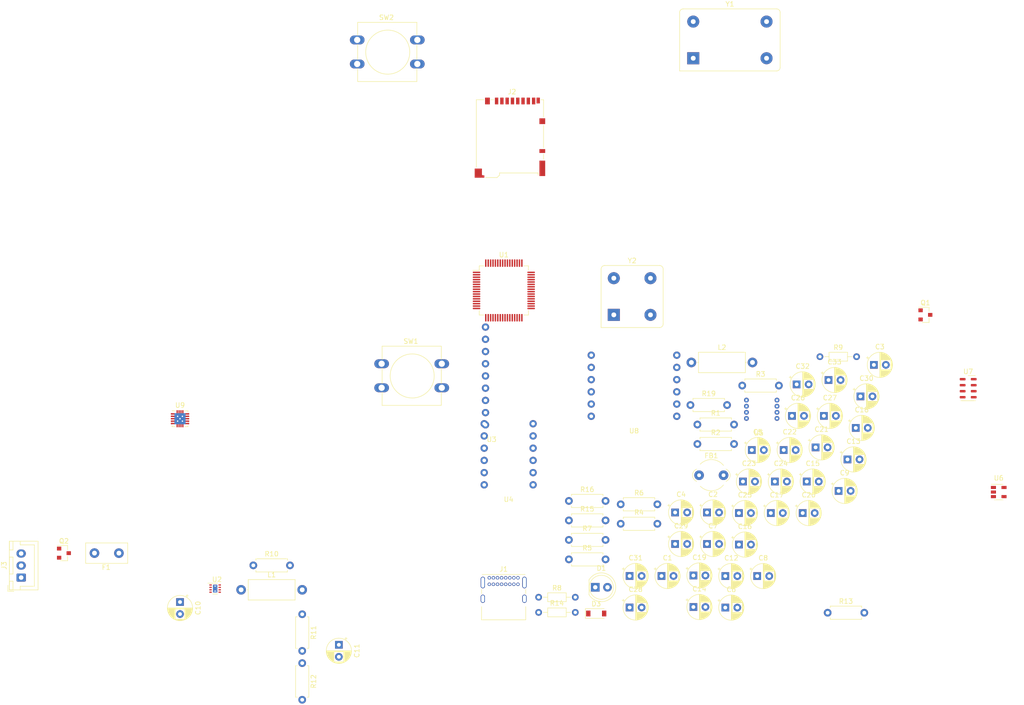
<source format=kicad_pcb>
(kicad_pcb (version 20171130) (host pcbnew "(5.1.6)-1")
  (layers (0 F.Cu signal) (31 B.Cu signal) (34 B.Paste user) (35 F.Paste user) (36 B.SilkS user) (37 F.SilkS user) (38 B.Mask user) (39 F.Mask user) (44 Edge.Cuts user))
  (net 0 "")
  (net 1 VBUS)
  (net 2 "Net-(C16-Pad1)")
  (net 3 +7.5V)
  (net 4 "Net-(J3-Pad2)")
  (net 5 GND)
  (net 6 +3V3)
  (net 7 /D10)
  (net 8 /D9)
  (net 9 /BOOT0)
  (net 10 /SDA)
  (net 11 /SCL)
  (net 12 /FLASH_MOSI)
  (net 13 /FLASH_MISO)
  (net 14 /FLASH_SCK)
  (net 15 /SDIO_CMD)
  (net 16 /SDIO_CLK)
  (net 17 /SDIO_D3)
  (net 18 /SDIO_D2)
  (net 19 /SWCLK)
  (net 20 "Net-(C6-Pad1)")
  (net 21 /SWDIO)
  (net 22 /D+)
  (net 23 /D-)
  (net 24 /SDIO_D1)
  (net 25 /SDIO_D0)
  (net 26 /D5)
  (net 27 /D6)
  (net 28 /MOSI)
  (net 29 /MISO)
  (net 30 /SCK)
  (net 31 /SD_DETECT)
  (net 32 "Net-(C4-Pad1)")
  (net 33 /RX_D0)
  (net 34 /TX_D1)
  (net 35 "Net-(U1-Pad27)")
  (net 36 /CS)
  (net 37 /A5)
  (net 38 /A4)
  (net 39 /INT)
  (net 40 /INT1)
  (net 41 /INT2)
  (net 42 /A0)
  (net 43 /V_DIV)
  (net 44 VCC)
  (net 45 /D11)
  (net 46 /D12)
  (net 47 /D13)
  (net 48 "Net-(U1-Pad8)")
  (net 49 /~RESET~)
  (net 50 "Net-(C2-Pad1)")
  (net 51 "Net-(C1-Pad1)")
  (net 52 "Net-(C3-Pad1)")
  (net 53 "Net-(U1-Pad2)")
  (net 54 "Net-(R11-Pad2)")
  (net 55 /PG)
  (net 56 "Net-(L1-Pad1)")
  (net 57 "Net-(U6-Pad4)")
  (net 58 "Net-(R19-Pad2)")
  (net 59 "Net-(C24-Pad1)")
  (net 60 +BATT)
  (net 61 "Net-(C13-Pad1)")
  (net 62 "Net-(C14-Pad1)")
  (net 63 "Net-(C29-Pad1)")
  (net 64 "Net-(C30-Pad1)")
  (net 65 +6V)
  (net 66 "Net-(D1-Pad2)")
  (net 67 "Net-(F1-Pad2)")
  (net 68 "Net-(J1-PadS1)")
  (net 69 "Net-(J1-PadB5)")
  (net 70 "Net-(J1-PadB8)")
  (net 71 "Net-(J1-PadA8)")
  (net 72 "Net-(J1-PadA5)")
  (net 73 "Net-(J2-Pad9)")
  (net 74 "Net-(J3-Pad3)")
  (net 75 "Net-(L2-Pad2)")
  (net 76 "Net-(L2-Pad1)")
  (net 77 "Net-(R14-Pad2)")
  (net 78 /G0)
  (net 79 /PPS)
  (net 80 /TX0)
  (net 81 /RXI)
  (net 82 "Net-(U1-Pad4)")
  (net 83 "Net-(U3-Pad3)")
  (net 84 "Net-(U4-Pad9)")
  (net 85 "Net-(U4-Pad7)")
  (net 86 "Net-(U4-Pad6)")
  (net 87 "Net-(U8-Pad7)")
  (net 88 "Net-(U8-Pad2)")
  (module Oscillator:Oscillator_DIP-8_LargePads (layer F.Cu) (at 215.9 60.96)
    (fp_text reference Y2 (at 3.81 -11.26) (layer F.SilkS))
    (fp_text value 32MHz)
    (pad 4 thru_hole circle (at 7.62 0) (size 2.5 2.5) (drill 1) (layers *.Cu *.Mask))
    (pad 5 thru_hole circle (at 7.62 -7.62) (size 2.5 2.5) (drill 1) (layers *.Cu *.Mask))
    (pad 8 thru_hole circle (at 0 -7.62) (size 2.5 2.5) (drill 1) (layers *.Cu *.Mask))
    (pad 1 thru_hole rect (at 0 0) (size 2.5 2.5) (drill 1) (layers *.Cu *.Mask) (net 52 "Net-(C3-Pad1)"))
  )
  (module Oscillator:Oscillator_DIP-14_LargePads (layer F.Cu) (at 232.41 7.62)
    (fp_text reference Y1 (at 7.62 -11.26) (layer F.SilkS))
    (fp_text value 12MHz)
    (pad 7 thru_hole circle (at 15.24 0) (size 2.5 2.5) (drill 1) (layers *.Cu *.Mask))
    (pad 8 thru_hole circle (at 15.24 -7.62) (size 2.5 2.5) (drill 1) (layers *.Cu *.Mask))
    (pad 14 thru_hole circle (at 0 -7.62) (size 2.5 2.5) (drill 1) (layers *.Cu *.Mask))
    (pad 1 thru_hole rect (at 0 0) (size 2.5 2.5) (drill 1) (layers *.Cu *.Mask) (net 51 "Net-(C1-Pad1)"))
  )
  (module Package_SON:Texas_S-PWSON-N10_ThermalVias (layer F.Cu) (at 125.73 82.55)
    (fp_text reference U9 (at 0 -2.8) (layer F.SilkS))
    (fp_text value TPS63060)
    (pad 11 smd rect (at 0.6 1.425) (size 0.23 0.6) (layers F.Cu F.Paste F.Mask) (net 5 GND))
    (pad 11 smd rect (at 0.2 1.425) (size 0.23 0.6) (layers F.Cu F.Paste F.Mask) (net 5 GND))
    (pad 11 smd rect (at -0.2 1.425) (size 0.23 0.6) (layers F.Cu F.Paste F.Mask) (net 5 GND))
    (pad 11 smd rect (at -0.6 1.425) (size 0.23 0.6) (layers F.Cu F.Paste F.Mask) (net 5 GND))
    (pad 11 smd rect (at 0.6 -1.425) (size 0.23 0.6) (layers F.Cu F.Paste F.Mask) (net 5 GND))
    (pad 11 smd rect (at 0.2 -1.425) (size 0.23 0.6) (layers F.Cu F.Paste F.Mask) (net 5 GND))
    (pad 11 smd rect (at -0.2 -1.425) (size 0.23 0.6) (layers F.Cu F.Paste F.Mask) (net 5 GND))
    (pad 11 smd rect (at -0.6 -1.425) (size 0.23 0.6) (layers F.Cu F.Paste F.Mask) (net 5 GND))
    (pad 11 smd rect (at 0.435 -0.56) (size 0.65 0.9) (layers F.Cu F.Paste F.Mask) (net 5 GND))
    (pad 11 smd rect (at -0.435 0.56) (size 0.65 0.9) (layers F.Cu F.Paste F.Mask) (net 5 GND))
    (pad 11 smd rect (at 0.435 0.56) (size 0.65 0.9) (layers F.Cu F.Paste F.Mask) (net 5 GND))
    (pad 11 smd rect (at -0.435 -0.56) (size 0.65 0.9) (layers F.Cu F.Paste F.Mask) (net 5 GND))
    (pad 11 smd rect (at -0.001 0) (size 2.3 2.3) (layers B.Cu) (net 5 GND))
    (pad 10 smd oval (at 1.475 -1) (size 0.85 0.28) (layers F.Cu F.Paste F.Mask) (net 75 "Net-(L2-Pad2)"))
    (pad 9 smd oval (at 1.475 -0.5) (size 0.85 0.28) (layers F.Cu F.Paste F.Mask) (net 65 +6V))
    (pad 8 smd oval (at 1.475 0) (size 0.85 0.28) (layers F.Cu F.Paste F.Mask) (net 64 "Net-(C30-Pad1)"))
    (pad 7 smd rect (at 1.76 0.5) (size 0.28 0.28) (layers F.Cu F.Paste F.Mask) (net 5 GND))
    (pad 6 smd rect (at 1.76 1) (size 0.28 0.28) (layers F.Cu F.Paste F.Mask) (net 63 "Net-(C29-Pad1)"))
    (pad 5 smd oval (at -1.475 1) (size 0.85 0.28) (layers F.Cu F.Paste F.Mask) (net 77 "Net-(R14-Pad2)"))
    (pad 4 smd rect (at -1.76 0.5) (size 0.28 0.28) (layers F.Cu F.Paste F.Mask) (net 5 GND))
    (pad 3 smd oval (at -1.475 0) (size 0.85 0.28) (layers F.Cu F.Paste F.Mask) (net 3 +7.5V))
    (pad 2 smd rect (at -1.76 -0.5) (size 0.28 0.28) (layers F.Cu F.Paste F.Mask) (net 3 +7.5V))
    (pad 1 smd rect (at -1.76 -1) (size 0.28 0.28) (layers F.Cu F.Paste F.Mask) (net 76 "Net-(L2-Pad1)"))
    (pad 11 smd rect (at 0 0) (size 1.7 2.15) (layers F.Cu F.Mask) (net 5 GND))
    (pad 11 smd rect (at 0.2 1.425) (size 0.25 0.7) (layers F.Cu F.Paste F.Mask) (net 5 GND))
    (pad 11 smd rect (at -0.2 1.425) (size 0.25 0.7) (layers F.Cu F.Paste F.Mask) (net 5 GND))
    (pad 11 smd rect (at 0.2 -1.425) (size 0.25 0.7) (layers F.Cu F.Paste F.Mask) (net 5 GND))
    (pad 11 smd rect (at -0.2 -1.425) (size 0.25 0.7) (layers F.Cu F.Paste F.Mask) (net 5 GND))
    (pad 11 thru_hole circle (at 0.5 0.5) (size 0.6 0.6) (drill 0.3) (layers *.Cu *.Mask) (net 5 GND))
    (pad 11 thru_hole circle (at -0.5 0.5) (size 0.6 0.6) (drill 0.3) (layers *.Cu *.Mask) (net 5 GND))
    (pad 11 thru_hole circle (at 0.5 -0.5) (size 0.6 0.6) (drill 0.3) (layers *.Cu *.Mask) (net 5 GND))
    (pad 11 thru_hole circle (at -0.5 -0.5) (size 0.6 0.6) (drill 0.3) (layers *.Cu *.Mask) (net 5 GND))
    (pad 11 thru_hole circle (at 0 0) (size 0.6 0.6) (drill 0.3) (layers *.Cu *.Mask) (net 5 GND))
    (pad 10 smd rect (at 1.76 -1) (size 0.28 0.28) (layers F.Cu F.Paste F.Mask) (net 75 "Net-(L2-Pad2)"))
    (pad 9 smd rect (at 1.76 -0.5) (size 0.28 0.28) (layers F.Cu F.Paste F.Mask) (net 65 +6V))
    (pad 8 smd rect (at 1.76 0) (size 0.28 0.28) (layers F.Cu F.Paste F.Mask) (net 64 "Net-(C30-Pad1)"))
    (pad 7 smd oval (at 1.475 0.5) (size 0.85 0.28) (layers F.Cu F.Paste F.Mask) (net 5 GND))
    (pad 6 smd oval (at 1.475 1) (size 0.85 0.28) (layers F.Cu F.Paste F.Mask) (net 63 "Net-(C29-Pad1)"))
    (pad 5 smd rect (at -1.76 1) (size 0.28 0.28) (layers F.Cu F.Paste F.Mask) (net 77 "Net-(R14-Pad2)"))
    (pad 4 smd oval (at -1.475 0.5) (size 0.85 0.28) (layers F.Cu F.Paste F.Mask) (net 5 GND))
    (pad 3 smd rect (at -1.76 0) (size 0.28 0.28) (layers F.Cu F.Paste F.Mask) (net 3 +7.5V))
    (pad 2 smd oval (at -1.475 -0.5) (size 0.85 0.28) (layers F.Cu F.Paste F.Mask) (net 3 +7.5V))
    (pad 1 smd oval (at -1.475 -1) (size 0.85 0.28) (layers F.Cu F.Paste F.Mask) (net 76 "Net-(L2-Pad1)"))
    (pad 11 smd rect (at 0.6 -1.425) (size 0.25 0.7) (layers F.Cu F.Paste F.Mask) (net 5 GND))
    (pad 11 smd rect (at -0.6 -1.425) (size 0.25 0.7) (layers F.Cu F.Paste F.Mask) (net 5 GND))
    (pad 11 smd rect (at 0.6 1.425) (size 0.25 0.7) (layers F.Cu F.Paste F.Mask) (net 5 GND))
    (pad 11 smd rect (at -0.6 1.425) (size 0.25 0.7) (layers F.Cu F.Paste F.Mask) (net 5 GND))
  )
  (module GPS_head0:GPS_header_fp (layer F.Cu) (at 220.102 83.312)
    (fp_text reference U8 (at 0 1.77) (layer F.SilkS))
    (fp_text value GPS_header)
    (pad 12 thru_hole circle (at 8.89 -13.97) (size 1.524 1.524) (drill 0.762) (layers *.Cu *.Mask) (net 5 GND))
    (pad 11 thru_hole circle (at 8.89 -11.43) (size 1.524 1.524) (drill 0.762) (layers *.Cu *.Mask) (net 79 /PPS))
    (pad 10 thru_hole circle (at 8.89 -8.89) (size 1.524 1.524) (drill 0.762) (layers *.Cu *.Mask) (net 6 +3V3))
    (pad 9 thru_hole circle (at 8.89 -6.35) (size 1.524 1.524) (drill 0.762) (layers *.Cu *.Mask) (net 81 /RXI))
    (pad 8 thru_hole circle (at 8.89 -3.81) (size 1.524 1.524) (drill 0.762) (layers *.Cu *.Mask) (net 80 /TX0))
    (pad 7 thru_hole circle (at 8.89 -1.27) (size 1.524 1.524) (drill 0.762) (layers *.Cu *.Mask) (net 87 "Net-(U8-Pad7)"))
    (pad 6 thru_hole circle (at -8.89 -13.97) (size 1.524 1.524) (drill 0.762) (layers *.Cu *.Mask) (net 49 /~RESET~))
    (pad 5 thru_hole circle (at -8.89 -11.43) (size 1.524 1.524) (drill 0.762) (layers *.Cu *.Mask) (net 10 /SDA))
    (pad 4 thru_hole circle (at -8.89 -8.89) (size 1.524 1.524) (drill 0.762) (layers *.Cu *.Mask) (net 11 /SCL))
    (pad 3 thru_hole circle (at -8.89 -6.35) (size 1.524 1.524) (drill 0.762) (layers *.Cu *.Mask) (net 5 GND))
    (pad 2 thru_hole circle (at -8.89 -3.81) (size 1.524 1.524) (drill 0.762) (layers *.Cu *.Mask) (net 88 "Net-(U8-Pad2)"))
    (pad 1 thru_hole circle (at -8.89 -1.27) (size 1.524 1.524) (drill 0.762) (layers *.Cu *.Mask) (net 6 +3V3))
  )
  (module Package_LGA:NXP_LGA-8_3x5mm_P1.25mm_H1.1mm (layer F.Cu) (at 289.56 76.2)
    (fp_text reference U7 (at 0 -3.45) (layer F.SilkS))
    (fp_text value MPL3115A2)
    (pad 8 smd roundrect (at 1.15 -1.875) (size 1.2 0.5) (layers F.Cu F.Paste F.Mask) (net 11 /SCL))
    (pad 7 smd roundrect (at 1.15 -0.625) (size 1.2 0.5) (layers F.Cu F.Paste F.Mask) (net 10 /SDA))
    (pad 6 smd roundrect (at 1.15 0.625) (size 1.2 0.5) (layers F.Cu F.Paste F.Mask) (net 40 /INT1))
    (pad 5 smd roundrect (at 1.15 1.875) (size 1.2 0.5) (layers F.Cu F.Paste F.Mask) (net 41 /INT2))
    (pad 4 smd roundrect (at -1.15 1.875) (size 1.2 0.5) (layers F.Cu F.Paste F.Mask) (net 6 +3V3))
    (pad 3 smd roundrect (at -1.15 0.625) (size 1.2 0.5) (layers F.Cu F.Paste F.Mask) (net 5 GND))
    (pad 2 smd roundrect (at -1.15 -0.625) (size 1.2 0.5) (layers F.Cu F.Paste F.Mask) (net 59 "Net-(C24-Pad1)"))
    (pad 1 smd roundrect (at -1.15 -1.875) (size 1.2 0.5) (layers F.Cu F.Paste F.Mask) (net 6 +3V3))
  )
  (module Package_TO_SOT_SMD:SOT-23-5 (layer F.Cu) (at 295.91 97.79)
    (fp_text reference U6 (at 0 -2.9) (layer F.SilkS))
    (fp_text value AP2112K-3.3)
    (pad 5 smd rect (at 1.1 -0.95) (size 1.06 0.65) (layers F.Cu F.Paste F.Mask) (net 6 +3V3))
    (pad 4 smd rect (at 1.1 0.95) (size 1.06 0.65) (layers F.Cu F.Paste F.Mask) (net 57 "Net-(U6-Pad4)"))
    (pad 3 smd rect (at -1.1 0.95) (size 1.06 0.65) (layers F.Cu F.Paste F.Mask) (net 58 "Net-(R19-Pad2)"))
    (pad 2 smd rect (at -1.1 0) (size 1.06 0.65) (layers F.Cu F.Paste F.Mask) (net 5 GND))
    (pad 1 smd rect (at -1.1 -0.95) (size 1.06 0.65) (layers F.Cu F.Paste F.Mask) (net 2 "Net-(C16-Pad1)"))
  )
  (module GPS_head0:W25Q16JV_footprint (layer F.Cu) (at 246.01 85.03)
    (fp_text reference U5 (at 0 0.5) (layer F.SilkS))
    (fp_text value W25Q16JV)
    (pad 8 thru_hole circle (at 3.81 -6.35) (size 1 1) (drill 0.42) (layers *.Cu *.Mask) (net 6 +3V3))
    (pad 7 thru_hole circle (at 3.81 -5.08) (size 1 1) (drill 0.42) (layers *.Cu *.Mask) (net 6 +3V3))
    (pad 6 thru_hole circle (at 3.81 -3.81) (size 1 1) (drill 0.42) (layers *.Cu *.Mask) (net 14 /FLASH_SCK))
    (pad 5 thru_hole circle (at 3.81 -2.54) (size 1 1) (drill 0.42) (layers *.Cu *.Mask) (net 12 /FLASH_MOSI))
    (pad 4 thru_hole circle (at -2.54 -6.35) (size 1 1) (drill 0.42) (layers *.Cu *.Mask) (net 5 GND))
    (pad 3 thru_hole circle (at -2.54 -5.08) (size 1 1) (drill 0.42) (layers *.Cu *.Mask) (net 6 +3V3))
    (pad 2 thru_hole circle (at -2.54 -3.81) (size 1 1) (drill 0.42) (layers *.Cu *.Mask) (net 13 /FLASH_MISO))
    (pad 1 thru_hole circle (at -2.54 -2.54) (size 1 1) (drill 0.42) (layers *.Cu *.Mask) (net 6 +3V3))
  )
  (module GPS_head0:MPU6050-footprint (layer F.Cu) (at 194.042 98.832)
    (fp_text reference U4 (at 0 0.5) (layer F.SilkS))
    (fp_text value MPU-6050)
    (pad 12 thru_hole circle (at 5.08 -15.24) (size 1.524 1.524) (drill 0.762) (layers *.Cu *.Mask) (net 39 /INT))
    (pad 11 thru_hole circle (at 5.08 -12.7) (size 1.524 1.524) (drill 0.762) (layers *.Cu *.Mask) (net 5 GND))
    (pad 10 thru_hole circle (at 5.08 -10.16) (size 1.524 1.524) (drill 0.762) (layers *.Cu *.Mask) (net 61 "Net-(C13-Pad1)"))
    (pad 9 thru_hole circle (at 5.08 -7.62) (size 1.524 1.524) (drill 0.762) (layers *.Cu *.Mask) (net 84 "Net-(U4-Pad9)"))
    (pad 8 thru_hole circle (at 5.08 -5.08) (size 1.524 1.524) (drill 0.762) (layers *.Cu *.Mask) (net 6 +3V3))
    (pad 7 thru_hole circle (at 5.08 -2.54) (size 1.524 1.524) (drill 0.762) (layers *.Cu *.Mask) (net 85 "Net-(U4-Pad7)"))
    (pad 6 thru_hole circle (at -5.08 -15.24) (size 1.524 1.524) (drill 0.762) (layers *.Cu *.Mask) (net 86 "Net-(U4-Pad6)"))
    (pad 5 thru_hole circle (at -5.08 -12.7) (size 1.524 1.524) (drill 0.762) (layers *.Cu *.Mask))
    (pad 4 thru_hole circle (at -5.08 -10.16) (size 1.524 1.524) (drill 0.762) (layers *.Cu *.Mask))
    (pad 3 thru_hole circle (at -5.08 -7.62) (size 1.524 1.524) (drill 0.762) (layers *.Cu *.Mask))
    (pad 2 thru_hole circle (at -5.08 -5.08) (size 1.524 1.524) (drill 0.762) (layers *.Cu *.Mask))
    (pad 1 thru_hole circle (at -5.08 -2.54) (size 1.524 1.524) (drill 0.762) (layers *.Cu *.Mask) (net 5 GND))
  )
  (module GPS_head0:gps_header_footprint (layer F.Cu) (at 189.23 85.09)
    (fp_text reference U3 (at 1.27 1.77) (layer F.SilkS))
    (fp_text value Radio_Header)
    (pad 9 thru_hole circle (at 0 -21.59) (size 1.524 1.524) (drill 0.762) (layers *.Cu *.Mask) (net 49 /~RESET~))
    (pad 8 thru_hole circle (at 0 -19.05) (size 1.524 1.524) (drill 0.762) (layers *.Cu *.Mask) (net 36 /CS))
    (pad 7 thru_hole circle (at 0 -16.51) (size 1.524 1.524) (drill 0.762) (layers *.Cu *.Mask) (net 28 /MOSI))
    (pad 6 thru_hole circle (at 0 -13.97) (size 1.524 1.524) (drill 0.762) (layers *.Cu *.Mask) (net 29 /MISO))
    (pad 5 thru_hole circle (at 0 -11.43) (size 1.524 1.524) (drill 0.762) (layers *.Cu *.Mask) (net 30 /SCK))
    (pad 4 thru_hole circle (at 0 -8.89) (size 1.524 1.524) (drill 0.762) (layers *.Cu *.Mask) (net 78 /G0))
    (pad 3 thru_hole circle (at 0 -6.35) (size 1.524 1.524) (drill 0.762) (layers *.Cu *.Mask) (net 83 "Net-(U3-Pad3)"))
    (pad 2 thru_hole circle (at 0 -3.81) (size 1.524 1.524) (drill 0.762) (layers *.Cu *.Mask) (net 5 GND))
    (pad 1 thru_hole circle (at 0 -1.27) (size 1.524 1.524) (drill 0.762) (layers *.Cu *.Mask) (net 6 +3V3))
  )
  (module Package_SON:WSON-8-1EP_2x2mm_P0.5mm_EP0.9x1.6mm_ThermalVias (layer F.Cu) (at 133.03 117.86)
    (fp_text reference U2 (at 0.38 -1.9) (layer F.SilkS))
    (fp_text value TPS62160DSG)
    (pad 9 smd rect (at 0 0) (size 0.9 1.6) (layers B.Cu) (net 5 GND))
    (pad 6 smd rect (at 0.95 0.25) (size 0.5 0.25) (layers F.Cu F.Paste F.Mask) (net 60 +BATT))
    (pad 5 smd rect (at 0.95 0.75) (size 0.5 0.25) (layers F.Cu F.Paste F.Mask) (net 54 "Net-(R11-Pad2)"))
    (pad 4 smd rect (at -0.95 0.75) (size 0.5 0.25) (layers F.Cu F.Paste F.Mask) (net 5 GND))
    (pad 2 smd rect (at -0.95 -0.25) (size 0.5 0.25) (layers F.Cu F.Paste F.Mask) (net 3 +7.5V))
    (pad 1 smd rect (at -0.95 -0.75) (size 0.5 0.25) (layers F.Cu F.Paste F.Mask) (net 5 GND))
    (pad 9 smd rect (at 0 0) (size 0.9 1.6) (layers F.Cu F.Mask) (net 5 GND))
    (pad 9 thru_hole circle (at 0 0.5) (size 0.6 0.6) (drill 0.25) (layers *.Cu) (net 5 GND))
    (pad 9 thru_hole circle (at 0 -0.5) (size 0.6 0.6) (drill 0.25) (layers *.Cu) (net 5 GND))
    (pad 8 smd rect (at 0.95 -0.75) (size 0.5 0.25) (layers F.Cu F.Paste F.Mask) (net 55 /PG))
    (pad 7 smd rect (at 0.95 -0.25) (size 0.5 0.25) (layers F.Cu F.Paste F.Mask) (net 56 "Net-(L1-Pad1)"))
    (pad 3 smd rect (at -0.95 0.25) (size 0.5 0.25) (layers F.Cu F.Paste F.Mask) (net 3 +7.5V))
  )
  (module Package_QFP:LQFP-64_10x10mm_P0.5mm (layer F.Cu) (at 193.04 55.88)
    (fp_text reference U1 (at 0 -7.4) (layer F.SilkS))
    (fp_text value STM32F405RGTx)
    (pad 64 smd roundrect (at -3.75 -5.675) (size 0.3 1.55) (layers F.Cu F.Paste F.Mask) (net 6 +3V3))
    (pad 63 smd roundrect (at -3.25 -5.675) (size 0.3 1.55) (layers F.Cu F.Paste F.Mask) (net 5 GND))
    (pad 62 smd roundrect (at -2.75 -5.675) (size 0.3 1.55) (layers F.Cu F.Paste F.Mask) (net 7 /D10))
    (pad 61 smd roundrect (at -2.25 -5.675) (size 0.3 1.55) (layers F.Cu F.Paste F.Mask) (net 8 /D9))
    (pad 60 smd roundrect (at -1.75 -5.675) (size 0.3 1.55) (layers F.Cu F.Paste F.Mask) (net 9 /BOOT0))
    (pad 59 smd roundrect (at -1.25 -5.675) (size 0.3 1.55) (layers F.Cu F.Paste F.Mask) (net 10 /SDA))
    (pad 58 smd roundrect (at -0.75 -5.675) (size 0.3 1.55) (layers F.Cu F.Paste F.Mask) (net 11 /SCL))
    (pad 57 smd roundrect (at -0.25 -5.675) (size 0.3 1.55) (layers F.Cu F.Paste F.Mask) (net 12 /FLASH_MOSI))
    (pad 56 smd roundrect (at 0.25 -5.675) (size 0.3 1.55) (layers F.Cu F.Paste F.Mask) (net 13 /FLASH_MISO))
    (pad 55 smd roundrect (at 0.75 -5.675) (size 0.3 1.55) (layers F.Cu F.Paste F.Mask) (net 14 /FLASH_SCK))
    (pad 54 smd roundrect (at 1.25 -5.675) (size 0.3 1.55) (layers F.Cu F.Paste F.Mask) (net 15 /SDIO_CMD))
    (pad 53 smd roundrect (at 1.75 -5.675) (size 0.3 1.55) (layers F.Cu F.Paste F.Mask) (net 16 /SDIO_CLK))
    (pad 52 smd roundrect (at 2.25 -5.675) (size 0.3 1.55) (layers F.Cu F.Paste F.Mask) (net 17 /SDIO_D3))
    (pad 51 smd roundrect (at 2.75 -5.675) (size 0.3 1.55) (layers F.Cu F.Paste F.Mask) (net 18 /SDIO_D2))
    (pad 50 smd roundrect (at 3.25 -5.675) (size 0.3 1.55) (layers F.Cu F.Paste F.Mask) (net 6 +3V3))
    (pad 49 smd roundrect (at 3.75 -5.675) (size 0.3 1.55) (layers F.Cu F.Paste F.Mask) (net 19 /SWCLK))
    (pad 48 smd roundrect (at 5.675 -3.75) (size 1.55 0.3) (layers F.Cu F.Paste F.Mask) (net 6 +3V3))
    (pad 47 smd roundrect (at 5.675 -3.25) (size 1.55 0.3) (layers F.Cu F.Paste F.Mask) (net 20 "Net-(C6-Pad1)"))
    (pad 46 smd roundrect (at 5.675 -2.75) (size 1.55 0.3) (layers F.Cu F.Paste F.Mask) (net 21 /SWDIO))
    (pad 45 smd roundrect (at 5.675 -2.25) (size 1.55 0.3) (layers F.Cu F.Paste F.Mask) (net 22 /D+))
    (pad 44 smd roundrect (at 5.675 -1.75) (size 1.55 0.3) (layers F.Cu F.Paste F.Mask) (net 23 /D-))
    (pad 43 smd roundrect (at 5.675 -1.25) (size 1.55 0.3) (layers F.Cu F.Paste F.Mask) (net 6 +3V3))
    (pad 42 smd roundrect (at 5.675 -0.75) (size 1.55 0.3) (layers F.Cu F.Paste F.Mask) (net 6 +3V3))
    (pad 41 smd roundrect (at 5.675 -0.25) (size 1.55 0.3) (layers F.Cu F.Paste F.Mask) (net 78 /G0))
    (pad 40 smd roundrect (at 5.675 0.25) (size 1.55 0.3) (layers F.Cu F.Paste F.Mask) (net 24 /SDIO_D1))
    (pad 39 smd roundrect (at 5.675 0.75) (size 1.55 0.3) (layers F.Cu F.Paste F.Mask) (net 25 /SDIO_D0))
    (pad 38 smd roundrect (at 5.675 1.25) (size 1.55 0.3) (layers F.Cu F.Paste F.Mask) (net 26 /D5))
    (pad 37 smd roundrect (at 5.675 1.75) (size 1.55 0.3) (layers F.Cu F.Paste F.Mask) (net 27 /D6))
    (pad 36 smd roundrect (at 5.675 2.25) (size 1.55 0.3) (layers F.Cu F.Paste F.Mask) (net 28 /MOSI))
    (pad 35 smd roundrect (at 5.675 2.75) (size 1.55 0.3) (layers F.Cu F.Paste F.Mask) (net 29 /MISO))
    (pad 34 smd roundrect (at 5.675 3.25) (size 1.55 0.3) (layers F.Cu F.Paste F.Mask) (net 30 /SCK))
    (pad 33 smd roundrect (at 5.675 3.75) (size 1.55 0.3) (layers F.Cu F.Paste F.Mask) (net 31 /SD_DETECT))
    (pad 32 smd roundrect (at 3.75 5.675) (size 0.3 1.55) (layers F.Cu F.Paste F.Mask) (net 6 +3V3))
    (pad 31 smd roundrect (at 3.25 5.675) (size 0.3 1.55) (layers F.Cu F.Paste F.Mask) (net 32 "Net-(C4-Pad1)"))
    (pad 30 smd roundrect (at 2.75 5.675) (size 0.3 1.55) (layers F.Cu F.Paste F.Mask) (net 33 /RX_D0))
    (pad 29 smd roundrect (at 2.25 5.675) (size 0.3 1.55) (layers F.Cu F.Paste F.Mask) (net 34 /TX_D1))
    (pad 28 smd roundrect (at 1.75 5.675) (size 0.3 1.55) (layers F.Cu F.Paste F.Mask) (net 5 GND))
    (pad 27 smd roundrect (at 1.25 5.675) (size 0.3 1.55) (layers F.Cu F.Paste F.Mask) (net 35 "Net-(U1-Pad27)"))
    (pad 26 smd roundrect (at 0.75 5.675) (size 0.3 1.55) (layers F.Cu F.Paste F.Mask) (net 36 /CS))
    (pad 25 smd roundrect (at 0.25 5.675) (size 0.3 1.55) (layers F.Cu F.Paste F.Mask) (net 37 /A5))
    (pad 24 smd roundrect (at -0.25 5.675) (size 0.3 1.55) (layers F.Cu F.Paste F.Mask) (net 38 /A4))
    (pad 23 smd roundrect (at -0.75 5.675) (size 0.3 1.55) (layers F.Cu F.Paste F.Mask) (net 39 /INT))
    (pad 22 smd roundrect (at -1.25 5.675) (size 0.3 1.55) (layers F.Cu F.Paste F.Mask) (net 40 /INT1))
    (pad 21 smd roundrect (at -1.75 5.675) (size 0.3 1.55) (layers F.Cu F.Paste F.Mask) (net 41 /INT2))
    (pad 20 smd roundrect (at -2.25 5.675) (size 0.3 1.55) (layers F.Cu F.Paste F.Mask) (net 42 /A0))
    (pad 19 smd roundrect (at -2.75 5.675) (size 0.3 1.55) (layers F.Cu F.Paste F.Mask) (net 6 +3V3))
    (pad 18 smd roundrect (at -3.25 5.675) (size 0.3 1.55) (layers F.Cu F.Paste F.Mask) (net 5 GND))
    (pad 17 smd roundrect (at -3.75 5.675) (size 0.3 1.55) (layers F.Cu F.Paste F.Mask) (net 43 /V_DIV))
    (pad 16 smd roundrect (at -5.675 3.75) (size 1.55 0.3) (layers F.Cu F.Paste F.Mask) (net 79 /PPS))
    (pad 15 smd roundrect (at -5.675 3.25) (size 1.55 0.3) (layers F.Cu F.Paste F.Mask) (net 80 /TX0))
    (pad 14 smd roundrect (at -5.675 2.75) (size 1.55 0.3) (layers F.Cu F.Paste F.Mask) (net 81 /RXI))
    (pad 13 smd roundrect (at -5.675 2.25) (size 1.55 0.3) (layers F.Cu F.Paste F.Mask) (net 44 VCC))
    (pad 12 smd roundrect (at -5.675 1.75) (size 1.55 0.3) (layers F.Cu F.Paste F.Mask) (net 5 GND))
    (pad 11 smd roundrect (at -5.675 1.25) (size 1.55 0.3) (layers F.Cu F.Paste F.Mask) (net 45 /D11))
    (pad 10 smd roundrect (at -5.675 0.75) (size 1.55 0.3) (layers F.Cu F.Paste F.Mask) (net 46 /D12))
    (pad 9 smd roundrect (at -5.675 0.25) (size 1.55 0.3) (layers F.Cu F.Paste F.Mask) (net 47 /D13))
    (pad 8 smd roundrect (at -5.675 -0.25) (size 1.55 0.3) (layers F.Cu F.Paste F.Mask) (net 48 "Net-(U1-Pad8)"))
    (pad 7 smd roundrect (at -5.675 -0.75) (size 1.55 0.3) (layers F.Cu F.Paste F.Mask) (net 49 /~RESET~))
    (pad 6 smd roundrect (at -5.675 -1.25) (size 1.55 0.3) (layers F.Cu F.Paste F.Mask) (net 50 "Net-(C2-Pad1)"))
    (pad 5 smd roundrect (at -5.675 -1.75) (size 1.55 0.3) (layers F.Cu F.Paste F.Mask) (net 51 "Net-(C1-Pad1)"))
    (pad 4 smd roundrect (at -5.675 -2.25) (size 1.55 0.3) (layers F.Cu F.Paste F.Mask) (net 82 "Net-(U1-Pad4)"))
    (pad 3 smd roundrect (at -5.675 -2.75) (size 1.55 0.3) (layers F.Cu F.Paste F.Mask) (net 52 "Net-(C3-Pad1)"))
    (pad 2 smd roundrect (at -5.675 -3.25) (size 1.55 0.3) (layers F.Cu F.Paste F.Mask) (net 53 "Net-(U1-Pad2)"))
    (pad 1 smd roundrect (at -5.675 -3.75) (size 1.55 0.3) (layers F.Cu F.Paste F.Mask) (net 60 +BATT))
  )
  (module Button_Switch_THT:SW_PUSH-12mm (layer F.Cu) (at 162.56 3.81)
    (fp_text reference SW2 (at 6.08 -4.66) (layer F.SilkS))
    (fp_text value SW_Push)
    (pad 2 thru_hole oval (at 0 5) (size 3.048 1.85) (drill 1.3) (layers *.Cu *.Mask) (net 9 /BOOT0))
    (pad 1 thru_hole oval (at 0 0) (size 3.048 1.85) (drill 1.3) (layers *.Cu *.Mask) (net 5 GND))
    (pad 2 thru_hole oval (at 12.5 5) (size 3.048 1.85) (drill 1.3) (layers *.Cu *.Mask) (net 9 /BOOT0))
    (pad 1 thru_hole oval (at 12.5 0) (size 3.048 1.85) (drill 1.3) (layers *.Cu *.Mask) (net 5 GND))
  )
  (module Button_Switch_THT:SW_PUSH-12mm (layer F.Cu) (at 167.64 71.12)
    (fp_text reference SW1 (at 6.08 -4.66) (layer F.SilkS))
    (fp_text value SW_Push)
    (pad 2 thru_hole oval (at 0 5) (size 3.048 1.85) (drill 1.3) (layers *.Cu *.Mask) (net 49 /~RESET~))
    (pad 1 thru_hole oval (at 0 0) (size 3.048 1.85) (drill 1.3) (layers *.Cu *.Mask) (net 5 GND))
    (pad 2 thru_hole oval (at 12.5 5) (size 3.048 1.85) (drill 1.3) (layers *.Cu *.Mask) (net 49 /~RESET~))
    (pad 1 thru_hole oval (at 12.5 0) (size 3.048 1.85) (drill 1.3) (layers *.Cu *.Mask) (net 5 GND))
  )
  (module Resistor_THT:R_Axial_DIN0207_L6.3mm_D2.5mm_P7.62mm_Horizontal (layer F.Cu) (at 231.825001 79.705001)
    (fp_text reference R19 (at 3.81 -2.37) (layer F.SilkS))
    (fp_text value 10k)
    (pad 2 thru_hole oval (at 7.62 0) (size 1.6 1.6) (drill 0.8) (layers *.Cu *.Mask) (net 58 "Net-(R19-Pad2)"))
    (pad 1 thru_hole circle (at 0 0) (size 1.6 1.6) (drill 0.8) (layers *.Cu *.Mask) (net 2 "Net-(C16-Pad1)"))
  )
  (module Resistor_THT:R_Axial_DIN0207_L6.3mm_D2.5mm_P7.62mm_Horizontal (layer F.Cu) (at 206.565001 99.635001)
    (fp_text reference R16 (at 3.81 -2.37) (layer F.SilkS))
    (fp_text value 100k)
    (pad 2 thru_hole oval (at 7.62 0) (size 1.6 1.6) (drill 0.8) (layers *.Cu *.Mask) (net 5 GND))
    (pad 1 thru_hole circle (at 0 0) (size 1.6 1.6) (drill 0.8) (layers *.Cu *.Mask) (net 43 /V_DIV))
  )
  (module Resistor_THT:R_Axial_DIN0207_L6.3mm_D2.5mm_P7.62mm_Horizontal (layer F.Cu) (at 206.565001 103.685001)
    (fp_text reference R15 (at 3.81 -2.37) (layer F.SilkS))
    (fp_text value 100k)
    (pad 2 thru_hole oval (at 7.62 0) (size 1.6 1.6) (drill 0.8) (layers *.Cu *.Mask) (net 43 /V_DIV))
    (pad 1 thru_hole circle (at 0 0) (size 1.6 1.6) (drill 0.8) (layers *.Cu *.Mask) (net 60 +BATT))
  )
  (module Resistor_THT:R_Axial_DIN0204_L3.6mm_D1.6mm_P7.62mm_Horizontal (layer F.Cu) (at 200.275001 122.805001)
    (fp_text reference R14 (at 3.81 -1.92) (layer F.SilkS))
    (fp_text value 1M)
    (pad 2 thru_hole oval (at 7.62 0) (size 1.4 1.4) (drill 0.7) (layers *.Cu *.Mask) (net 77 "Net-(R14-Pad2)"))
    (pad 1 thru_hole circle (at 0 0) (size 1.4 1.4) (drill 0.7) (layers *.Cu *.Mask) (net 65 +6V))
  )
  (module Resistor_THT:R_Axial_DIN0207_L6.3mm_D2.5mm_P7.62mm_Horizontal (layer F.Cu) (at 260.35 122.875001)
    (fp_text reference R13 (at 3.81 -2.37) (layer F.SilkS))
    (fp_text value 100k)
    (pad 2 thru_hole oval (at 7.62 0) (size 1.6 1.6) (drill 0.8) (layers *.Cu *.Mask) (net 5 GND))
    (pad 1 thru_hole circle (at 0 0) (size 1.6 1.6) (drill 0.8) (layers *.Cu *.Mask) (net 1 VBUS))
  )
  (module Resistor_THT:R_Axial_DIN0207_L6.3mm_D2.5mm_P7.62mm_Horizontal (layer F.Cu) (at 151.13 133.35 270)
    (fp_text reference R12 (at 3.81 -2.37 90) (layer F.SilkS))
    (fp_text value 180k)
    (pad 2 thru_hole oval (at 7.62 0 270) (size 1.6 1.6) (drill 0.8) (layers *.Cu *.Mask) (net 5 GND))
    (pad 1 thru_hole circle (at 0 0 270) (size 1.6 1.6) (drill 0.8) (layers *.Cu *.Mask) (net 54 "Net-(R11-Pad2)"))
  )
  (module Resistor_THT:R_Axial_DIN0207_L6.3mm_D2.5mm_P7.62mm_Horizontal (layer F.Cu) (at 151.13 123.19 270)
    (fp_text reference R11 (at 3.81 -2.37 90) (layer F.SilkS))
    (fp_text value 649k)
    (pad 2 thru_hole oval (at 7.62 0 270) (size 1.6 1.6) (drill 0.8) (layers *.Cu *.Mask) (net 54 "Net-(R11-Pad2)"))
    (pad 1 thru_hole circle (at 0 0 270) (size 1.6 1.6) (drill 0.8) (layers *.Cu *.Mask) (net 60 +BATT))
  )
  (module Resistor_THT:R_Axial_DIN0207_L6.3mm_D2.5mm_P7.62mm_Horizontal (layer F.Cu) (at 140.97 113.03)
    (fp_text reference R10 (at 3.81 -2.37) (layer F.SilkS))
    (fp_text value 100k)
    (pad 2 thru_hole oval (at 7.62 0) (size 1.6 1.6) (drill 0.8) (layers *.Cu *.Mask) (net 60 +BATT))
    (pad 1 thru_hole circle (at 0 0) (size 1.6 1.6) (drill 0.8) (layers *.Cu *.Mask) (net 55 /PG))
  )
  (module Resistor_THT:R_Axial_DIN0204_L3.6mm_D1.6mm_P7.62mm_Horizontal (layer F.Cu) (at 258.745001 69.655001)
    (fp_text reference R9 (at 3.81 -1.92) (layer F.SilkS))
    (fp_text value 200k)
    (pad 2 thru_hole oval (at 7.62 0) (size 1.4 1.4) (drill 0.7) (layers *.Cu *.Mask) (net 5 GND))
    (pad 1 thru_hole circle (at 0 0) (size 1.4 1.4) (drill 0.7) (layers *.Cu *.Mask) (net 64 "Net-(C30-Pad1)"))
  )
  (module Resistor_THT:R_Axial_DIN0204_L3.6mm_D1.6mm_P7.62mm_Horizontal (layer F.Cu) (at 200.275001 119.655001)
    (fp_text reference R8 (at 3.81 -1.92) (layer F.SilkS))
    (fp_text value 2.2M)
    (pad 2 thru_hole oval (at 7.62 0) (size 1.4 1.4) (drill 0.7) (layers *.Cu *.Mask) (net 64 "Net-(C30-Pad1)"))
    (pad 1 thru_hole circle (at 0 0) (size 1.4 1.4) (drill 0.7) (layers *.Cu *.Mask) (net 65 +6V))
  )
  (module Resistor_THT:R_Axial_DIN0207_L6.3mm_D2.5mm_P7.62mm_Horizontal (layer F.Cu) (at 206.565001 107.735001)
    (fp_text reference R7 (at 3.81 -2.37) (layer F.SilkS))
    (fp_text value 100k)
    (pad 2 thru_hole oval (at 7.62 0) (size 1.6 1.6) (drill 0.8) (layers *.Cu *.Mask) (net 33 /RX_D0))
    (pad 1 thru_hole circle (at 0 0) (size 1.6 1.6) (drill 0.8) (layers *.Cu *.Mask) (net 6 +3V3))
  )
  (module Resistor_THT:R_Axial_DIN0207_L6.3mm_D2.5mm_P7.62mm_Horizontal (layer F.Cu) (at 217.335001 100.335001)
    (fp_text reference R6 (at 3.81 -2.37) (layer F.SilkS))
    (fp_text value 100k)
    (pad 2 thru_hole oval (at 7.62 0) (size 1.6 1.6) (drill 0.8) (layers *.Cu *.Mask) (net 12 /FLASH_MOSI))
    (pad 1 thru_hole circle (at 0 0) (size 1.6 1.6) (drill 0.8) (layers *.Cu *.Mask) (net 5 GND))
  )
  (module Resistor_THT:R_Axial_DIN0207_L6.3mm_D2.5mm_P7.62mm_Horizontal (layer F.Cu) (at 206.565001 111.785001)
    (fp_text reference R5 (at 3.81 -2.37) (layer F.SilkS))
    (fp_text value 2.2k)
    (pad 2 thru_hole oval (at 7.62 0) (size 1.6 1.6) (drill 0.8) (layers *.Cu *.Mask) (net 66 "Net-(D1-Pad2)"))
    (pad 1 thru_hole circle (at 0 0) (size 1.6 1.6) (drill 0.8) (layers *.Cu *.Mask) (net 47 /D13))
  )
  (module Resistor_THT:R_Axial_DIN0207_L6.3mm_D2.5mm_P7.62mm_Horizontal (layer F.Cu) (at 217.335001 104.385001)
    (fp_text reference R4 (at 3.81 -2.37) (layer F.SilkS))
    (fp_text value 100k)
    (pad 2 thru_hole oval (at 7.62 0) (size 1.6 1.6) (drill 0.8) (layers *.Cu *.Mask) (net 5 GND))
    (pad 1 thru_hole circle (at 0 0) (size 1.6 1.6) (drill 0.8) (layers *.Cu *.Mask) (net 9 /BOOT0))
  )
  (module Resistor_THT:R_Axial_DIN0207_L6.3mm_D2.5mm_P7.62mm_Horizontal (layer F.Cu) (at 242.595001 75.655001)
    (fp_text reference R3 (at 3.81 -2.37) (layer F.SilkS))
    (fp_text value 5.1k)
    (pad 2 thru_hole oval (at 7.62 0) (size 1.6 1.6) (drill 0.8) (layers *.Cu *.Mask) (net 72 "Net-(J1-PadA5)"))
    (pad 1 thru_hole circle (at 0 0) (size 1.6 1.6) (drill 0.8) (layers *.Cu *.Mask) (net 5 GND))
  )
  (module Resistor_THT:R_Axial_DIN0207_L6.3mm_D2.5mm_P7.62mm_Horizontal (layer F.Cu) (at 233.275001 87.805001)
    (fp_text reference R2 (at 3.81 -2.37) (layer F.SilkS))
    (fp_text value 5.1k)
    (pad 2 thru_hole oval (at 7.62 0) (size 1.6 1.6) (drill 0.8) (layers *.Cu *.Mask) (net 69 "Net-(J1-PadB5)"))
    (pad 1 thru_hole circle (at 0 0) (size 1.6 1.6) (drill 0.8) (layers *.Cu *.Mask) (net 5 GND))
  )
  (module Resistor_THT:R_Axial_DIN0207_L6.3mm_D2.5mm_P7.62mm_Horizontal (layer F.Cu) (at 233.275001 83.755001)
    (fp_text reference R1 (at 3.81 -2.37) (layer F.SilkS))
    (fp_text value 10k)
    (pad 2 thru_hole oval (at 7.62 0) (size 1.6 1.6) (drill 0.8) (layers *.Cu *.Mask) (net 6 +3V3))
    (pad 1 thru_hole circle (at 0 0) (size 1.6 1.6) (drill 0.8) (layers *.Cu *.Mask) (net 17 /SDIO_D3))
  )
  (module Package_TO_SOT_SMD:SOT-23 (layer F.Cu) (at 101.6 110.49)
    (fp_text reference Q2 (at 0 -2.5) (layer F.SilkS))
    (fp_text value Q_PMOS_DGS)
    (pad 3 smd rect (at 1 0) (size 0.9 0.8) (layers F.Cu F.Paste F.Mask) (net 67 "Net-(F1-Pad2)"))
    (pad 2 smd rect (at -1 0.95) (size 0.9 0.8) (layers F.Cu F.Paste F.Mask) (net 5 GND))
    (pad 1 smd rect (at -1 -0.95) (size 0.9 0.8) (layers F.Cu F.Paste F.Mask) (net 74 "Net-(J3-Pad3)"))
  )
  (module Package_TO_SOT_SMD:SOT-23 (layer F.Cu) (at 280.67 60.96)
    (fp_text reference Q1 (at 0 -2.5) (layer F.SilkS))
    (fp_text value DMG2301L)
    (pad 3 smd rect (at 1 0) (size 0.9 0.8) (layers F.Cu F.Paste F.Mask) (net 60 +BATT))
    (pad 2 smd rect (at -1 0.95) (size 0.9 0.8) (layers F.Cu F.Paste F.Mask) (net 2 "Net-(C16-Pad1)"))
    (pad 1 smd rect (at -1 -0.95) (size 0.9 0.8) (layers F.Cu F.Paste F.Mask) (net 1 VBUS))
  )
  (module Inductor_THT:L_Axial_L9.5mm_D4.0mm_P12.70mm_Horizontal_Fastron_SMCC (layer F.Cu) (at 232.025001 70.855001)
    (fp_text reference L2 (at 6.35 -3.12) (layer F.SilkS))
    (fp_text value 1uH)
    (pad 2 thru_hole oval (at 12.7 0) (size 2 2) (drill 1) (layers *.Cu *.Mask) (net 75 "Net-(L2-Pad2)"))
    (pad 1 thru_hole circle (at 0 0) (size 2 2) (drill 1) (layers *.Cu *.Mask) (net 76 "Net-(L2-Pad1)"))
  )
  (module Inductor_THT:L_Axial_L9.5mm_D4.0mm_P12.70mm_Horizontal_Fastron_SMCC (layer F.Cu) (at 138.43 118.11)
    (fp_text reference L1 (at 6.35 -3.12) (layer F.SilkS))
    (fp_text value 2.2uH)
    (pad 2 thru_hole oval (at 12.7 0) (size 2 2) (drill 1) (layers *.Cu *.Mask) (net 60 +BATT))
    (pad 1 thru_hole circle (at 0 0) (size 2 2) (drill 1) (layers *.Cu *.Mask) (net 56 "Net-(L1-Pad1)"))
  )
  (module Connector_JST:JST_XH_B3B-XH-A_1x03_P2.50mm_Vertical (layer F.Cu) (at 92.71 115.57 90)
    (fp_text reference J3 (at 2.5 -3.55 90) (layer F.SilkS))
    (fp_text value Conn_01x03_Female)
    (pad 3 thru_hole oval (at 5 0 90) (size 1.7 1.95) (drill 0.95) (layers *.Cu *.Mask) (net 74 "Net-(J3-Pad3)"))
    (pad 2 thru_hole oval (at 2.5 0 90) (size 1.7 1.95) (drill 0.95) (layers *.Cu *.Mask) (net 4 "Net-(J3-Pad2)"))
    (pad 1 thru_hole roundrect (at 0 0 90) (size 1.7 1.95) (drill 0.95) (layers *.Cu *.Mask) (roundrect_rratio 0.147059) (net 5 GND))
  )
  (module Connector_Card:microSD_HC_Hirose_DM3BT-DSF-PEJS (layer F.Cu) (at 194.31 24.13)
    (fp_text reference J2 (at 0.425 -9.525) (layer F.SilkS))
    (fp_text value Micro_SD_Card)
    (pad 11 smd rect (at -5.825 7.825 45) (size 0.2 0.2) (layers F.Cu F.Paste F.Mask))
    (pad 10 smd rect (at 6.725 2.775) (size 1.2 0.8) (layers F.Cu F.Paste F.Mask))
    (pad 11 smd rect (at -5.575 8.075) (size 0.5 0.5) (layers F.Cu F.Paste F.Mask))
    (pad 8 smd rect (at 4.925 -7.625) (size 0.7 1.4) (layers F.Cu F.Paste F.Mask) (net 24 /SDIO_D1))
    (pad 7 smd rect (at 3.825 -7.625) (size 0.7 1.4) (layers F.Cu F.Paste F.Mask) (net 25 /SDIO_D0))
    (pad 6 smd rect (at 2.725 -7.625) (size 0.7 1.4) (layers F.Cu F.Paste F.Mask) (net 5 GND))
    (pad 5 smd rect (at 1.625 -7.625) (size 0.7 1.4) (layers F.Cu F.Paste F.Mask) (net 16 /SDIO_CLK))
    (pad 4 smd rect (at 0.525 -7.625) (size 0.7 1.4) (layers F.Cu F.Paste F.Mask) (net 6 +3V3))
    (pad 3 smd rect (at -0.575 -7.625) (size 0.7 1.4) (layers F.Cu F.Paste F.Mask) (net 15 /SDIO_CMD))
    (pad 2 smd rect (at -1.675 -7.625) (size 0.7 1.4) (layers F.Cu F.Paste F.Mask) (net 17 /SDIO_D3))
    (pad 9 smd rect (at 5.875 -7.725) (size 0.7 1.2) (layers F.Cu F.Paste F.Mask) (net 73 "Net-(J2-Pad9)"))
    (pad 11 smd rect (at 6.725 6.375) (size 1.2 3.2) (layers F.Cu F.Paste F.Mask))
    (pad 11 smd rect (at 6.725 -3.425) (size 1.2 1.2) (layers F.Cu F.Paste F.Mask))
    (pad 11 smd rect (at -4.675 -7.625) (size 1 1.4) (layers F.Cu F.Paste F.Mask))
    (pad 11 smd rect (at -6.575 7.375) (size 1.5 1.9) (layers F.Cu F.Paste F.Mask))
    (pad 1 smd rect (at -2.775 -7.625) (size 0.7 1.4) (layers F.Cu F.Paste F.Mask) (net 5 GND))
  )
  (module Connector_USB:USB_C_Receptacle_GCT_USB4085 (layer F.Cu) (at 190.025001 115.615001)
    (fp_text reference J1 (at 2.975 -1.8) (layer F.SilkS))
    (fp_text value USB_C_Receptacle)
    (pad S1 thru_hole oval (at 7.3 4.36) (size 0.9 1.7) (drill oval 0.6 1.4) (layers *.Cu *.Mask) (net 68 "Net-(J1-PadS1)"))
    (pad S1 thru_hole oval (at -1.35 4.36) (size 0.9 1.7) (drill oval 0.6 1.4) (layers *.Cu *.Mask) (net 68 "Net-(J1-PadS1)"))
    (pad S1 thru_hole oval (at 7.3 0.98) (size 0.9 2.4) (drill oval 0.6 2.1) (layers *.Cu *.Mask) (net 68 "Net-(J1-PadS1)"))
    (pad S1 thru_hole oval (at -1.35 0.98) (size 0.9 2.4) (drill oval 0.6 2.1) (layers *.Cu *.Mask) (net 68 "Net-(J1-PadS1)"))
    (pad B6 thru_hole circle (at 3.4 1.35) (size 0.7 0.7) (drill 0.4) (layers *.Cu *.Mask) (net 22 /D+))
    (pad B1 thru_hole circle (at 5.95 1.35) (size 0.7 0.7) (drill 0.4) (layers *.Cu *.Mask) (net 5 GND))
    (pad B4 thru_hole circle (at 5.1 1.35) (size 0.7 0.7) (drill 0.4) (layers *.Cu *.Mask) (net 1 VBUS))
    (pad B5 thru_hole circle (at 4.25 1.35) (size 0.7 0.7) (drill 0.4) (layers *.Cu *.Mask) (net 69 "Net-(J1-PadB5)"))
    (pad B12 thru_hole circle (at 0 1.35) (size 0.7 0.7) (drill 0.4) (layers *.Cu *.Mask) (net 5 GND))
    (pad B8 thru_hole circle (at 1.7 1.35) (size 0.7 0.7) (drill 0.4) (layers *.Cu *.Mask) (net 70 "Net-(J1-PadB8)"))
    (pad B7 thru_hole circle (at 2.55 1.35) (size 0.7 0.7) (drill 0.4) (layers *.Cu *.Mask) (net 23 /D-))
    (pad B9 thru_hole circle (at 0.85 1.35) (size 0.7 0.7) (drill 0.4) (layers *.Cu *.Mask) (net 1 VBUS))
    (pad A12 thru_hole circle (at 5.95 0) (size 0.7 0.7) (drill 0.4) (layers *.Cu *.Mask) (net 5 GND))
    (pad A9 thru_hole circle (at 5.1 0) (size 0.7 0.7) (drill 0.4) (layers *.Cu *.Mask) (net 1 VBUS))
    (pad A8 thru_hole circle (at 4.25 0) (size 0.7 0.7) (drill 0.4) (layers *.Cu *.Mask) (net 71 "Net-(J1-PadA8)"))
    (pad A7 thru_hole circle (at 3.4 0) (size 0.7 0.7) (drill 0.4) (layers *.Cu *.Mask) (net 23 /D-))
    (pad A6 thru_hole circle (at 2.55 0) (size 0.7 0.7) (drill 0.4) (layers *.Cu *.Mask) (net 22 /D+))
    (pad A5 thru_hole circle (at 1.7 0) (size 0.7 0.7) (drill 0.4) (layers *.Cu *.Mask) (net 72 "Net-(J1-PadA5)"))
    (pad A4 thru_hole circle (at 0.85 0) (size 0.7 0.7) (drill 0.4) (layers *.Cu *.Mask) (net 1 VBUS))
    (pad A1 thru_hole circle (at 0 0) (size 0.7 0.7) (drill 0.4) (layers *.Cu *.Mask) (net 5 GND))
  )
  (module Ferrite_THT:LairdTech_28C0236-0JW-10 (layer F.Cu) (at 233.627833 94.295001)
    (fp_text reference FB1 (at 2.54 -4.064) (layer F.SilkS))
    (fp_text value Ferrite_Bead)
    (pad 1 thru_hole circle (at 0 0) (size 2 2) (drill 0.8) (layers *.Cu *.Mask) (net 6 +3V3))
    (pad 2 thru_hole circle (at 5.08 0) (size 2 2) (drill 0.8) (layers *.Cu *.Mask) (net 44 VCC))
  )
  (module Fuse:Fuse_Littelfuse_395Series (layer F.Cu) (at 113.03 110.49 180)
    (fp_text reference F1 (at 2.65 -2.95) (layer F.SilkS))
    (fp_text value Polyfuse)
    (pad 2 thru_hole circle (at 5.08 0.01 180) (size 2 2) (drill 1) (layers *.Cu *.Mask) (net 67 "Net-(F1-Pad2)"))
    (pad 1 thru_hole circle (at 0 0 180) (size 2 2) (drill 1) (layers *.Cu *.Mask) (net 3 +7.5V))
  )
  (module Diode_SMD:D_SOD-123 (layer F.Cu) (at 212.245001 123.035001)
    (fp_text reference D3 (at 0 -2) (layer F.SilkS))
    (fp_text value MBR0540)
    (pad 2 smd rect (at 1.65 0) (size 0.9 1.2) (layers F.Cu F.Paste F.Mask) (net 1 VBUS))
    (pad 1 smd rect (at -1.65 0) (size 0.9 1.2) (layers F.Cu F.Paste F.Mask) (net 2 "Net-(C16-Pad1)"))
  )
  (module LED_THT:LED_D5.0mm_Clear (layer F.Cu) (at 212.045001 117.585001)
    (fp_text reference D1 (at 1.27 -3.96) (layer F.SilkS))
    (fp_text value LED)
    (pad 2 thru_hole circle (at 2.54 0) (size 1.8 1.8) (drill 0.9) (layers *.Cu *.Mask) (net 66 "Net-(D1-Pad2)"))
    (pad 1 thru_hole rect (at 0 0) (size 1.8 1.8) (drill 0.9) (layers *.Cu *.Mask) (net 5 GND))
  )
  (module Capacitor_THT:CP_Radial_D5.0mm_P2.50mm (layer F.Cu) (at 260.534776 74.505001)
    (fp_text reference C33 (at 1.25 -3.75) (layer F.SilkS))
    (fp_text value 22uF)
    (pad 2 thru_hole circle (at 2.5 0) (size 1.6 1.6) (drill 0.8) (layers *.Cu *.Mask) (net 5 GND))
    (pad 1 thru_hole rect (at 0 0) (size 1.6 1.6) (drill 0.8) (layers *.Cu *.Mask) (net 65 +6V))
  )
  (module Capacitor_THT:CP_Radial_D5.0mm_P2.50mm (layer F.Cu) (at 253.904776 75.405001)
    (fp_text reference C32 (at 1.25 -3.75) (layer F.SilkS))
    (fp_text value 22uF)
    (pad 2 thru_hole circle (at 2.5 0) (size 1.6 1.6) (drill 0.8) (layers *.Cu *.Mask) (net 5 GND))
    (pad 1 thru_hole rect (at 0 0) (size 1.6 1.6) (drill 0.8) (layers *.Cu *.Mask) (net 65 +6V))
  )
  (module Capacitor_THT:CP_Radial_D5.0mm_P2.50mm (layer F.Cu) (at 219.184776 115.235001)
    (fp_text reference C31 (at 1.25 -3.75) (layer F.SilkS))
    (fp_text value 22uF)
    (pad 2 thru_hole circle (at 2.5 0) (size 1.6 1.6) (drill 0.8) (layers *.Cu *.Mask) (net 5 GND))
    (pad 1 thru_hole rect (at 0 0) (size 1.6 1.6) (drill 0.8) (layers *.Cu *.Mask) (net 65 +6V))
  )
  (module Capacitor_THT:CP_Radial_D5.0mm_P2.50mm (layer F.Cu) (at 267.164776 77.905001)
    (fp_text reference C30 (at 1.25 -3.75) (layer F.SilkS))
    (fp_text value 10pF)
    (pad 2 thru_hole circle (at 2.5 0) (size 1.6 1.6) (drill 0.8) (layers *.Cu *.Mask) (net 5 GND))
    (pad 1 thru_hole rect (at 0 0) (size 1.6 1.6) (drill 0.8) (layers *.Cu *.Mask) (net 64 "Net-(C30-Pad1)"))
  )
  (module Capacitor_THT:CP_Radial_D5.0mm_P2.50mm (layer F.Cu) (at 228.644776 108.585001)
    (fp_text reference C29 (at 1.25 -3.75) (layer F.SilkS))
    (fp_text value 0.1uF)
    (pad 2 thru_hole circle (at 2.5 0) (size 1.6 1.6) (drill 0.8) (layers *.Cu *.Mask) (net 5 GND))
    (pad 1 thru_hole rect (at 0 0) (size 1.6 1.6) (drill 0.8) (layers *.Cu *.Mask) (net 63 "Net-(C29-Pad1)"))
  )
  (module Capacitor_THT:CP_Radial_D5.0mm_P2.50mm (layer F.Cu) (at 219.184776 121.785001)
    (fp_text reference C28 (at 1.25 -3.75) (layer F.SilkS))
    (fp_text value 10uF)
    (pad 2 thru_hole circle (at 2.5 0) (size 1.6 1.6) (drill 0.8) (layers *.Cu *.Mask) (net 5 GND))
    (pad 1 thru_hole rect (at 0 0) (size 1.6 1.6) (drill 0.8) (layers *.Cu *.Mask) (net 3 +7.5V))
  )
  (module Capacitor_THT:CP_Radial_D5.0mm_P2.50mm (layer F.Cu) (at 259.564776 81.955001)
    (fp_text reference C27 (at 1.25 -3.75) (layer F.SilkS))
    (fp_text value 1uF)
    (pad 2 thru_hole circle (at 2.5 0) (size 1.6 1.6) (drill 0.8) (layers *.Cu *.Mask) (net 5 GND))
    (pad 1 thru_hole rect (at 0 0) (size 1.6 1.6) (drill 0.8) (layers *.Cu *.Mask) (net 6 +3V3))
  )
  (module Capacitor_THT:CP_Radial_D5.0mm_P2.50mm (layer F.Cu) (at 252.934776 81.955001)
    (fp_text reference C26 (at 1.25 -3.75) (layer F.SilkS))
    (fp_text value 1uF)
    (pad 2 thru_hole circle (at 2.5 0) (size 1.6 1.6) (drill 0.8) (layers *.Cu *.Mask) (net 5 GND))
    (pad 1 thru_hole rect (at 0 0) (size 1.6 1.6) (drill 0.8) (layers *.Cu *.Mask) (net 6 +3V3))
  )
  (module Capacitor_THT:CP_Radial_D5.0mm_P2.50mm (layer F.Cu) (at 241.904776 102.155001)
    (fp_text reference C25 (at 1.25 -3.75) (layer F.SilkS))
    (fp_text value 1uF)
    (pad 2 thru_hole circle (at 2.5 0) (size 1.6 1.6) (drill 0.8) (layers *.Cu *.Mask) (net 5 GND))
    (pad 1 thru_hole rect (at 0 0) (size 1.6 1.6) (drill 0.8) (layers *.Cu *.Mask) (net 6 +3V3))
  )
  (module Capacitor_THT:CP_Radial_D5.0mm_P2.50mm (layer F.Cu) (at 249.374776 95.605001)
    (fp_text reference C24 (at 1.25 -3.75) (layer F.SilkS))
    (fp_text value 100nF)
    (pad 2 thru_hole circle (at 2.5 0) (size 1.6 1.6) (drill 0.8) (layers *.Cu *.Mask) (net 5 GND))
    (pad 1 thru_hole rect (at 0 0) (size 1.6 1.6) (drill 0.8) (layers *.Cu *.Mask) (net 59 "Net-(C24-Pad1)"))
  )
  (module Capacitor_THT:CP_Radial_D5.0mm_P2.50mm (layer F.Cu) (at 242.744776 95.605001)
    (fp_text reference C23 (at 1.25 -3.75) (layer F.SilkS))
    (fp_text value 1uF)
    (pad 2 thru_hole circle (at 2.5 0) (size 1.6 1.6) (drill 0.8) (layers *.Cu *.Mask) (net 5 GND))
    (pad 1 thru_hole rect (at 0 0) (size 1.6 1.6) (drill 0.8) (layers *.Cu *.Mask) (net 6 +3V3))
  )
  (module Capacitor_THT:CP_Radial_D5.0mm_P2.50mm (layer F.Cu) (at 251.214776 89.055001)
    (fp_text reference C22 (at 1.25 -3.75) (layer F.SilkS))
    (fp_text value 10uF)
    (pad 2 thru_hole circle (at 2.5 0) (size 1.6 1.6) (drill 0.8) (layers *.Cu *.Mask) (net 5 GND))
    (pad 1 thru_hole rect (at 0 0) (size 1.6 1.6) (drill 0.8) (layers *.Cu *.Mask) (net 6 +3V3))
  )
  (module Capacitor_THT:CP_Radial_D5.0mm_P2.50mm (layer F.Cu) (at 257.844776 88.505001)
    (fp_text reference C21 (at 1.25 -3.75) (layer F.SilkS))
    (fp_text value 1uF)
    (pad 2 thru_hole circle (at 2.5 0) (size 1.6 1.6) (drill 0.8) (layers *.Cu *.Mask) (net 5 GND))
    (pad 1 thru_hole rect (at 0 0) (size 1.6 1.6) (drill 0.8) (layers *.Cu *.Mask) (net 6 +3V3))
  )
  (module Capacitor_THT:CP_Radial_D5.0mm_P2.50mm (layer F.Cu) (at 255.164776 102.155001)
    (fp_text reference C20 (at 1.25 -3.75) (layer F.SilkS))
    (fp_text value 10uF)
    (pad 2 thru_hole circle (at 2.5 0) (size 1.6 1.6) (drill 0.8) (layers *.Cu *.Mask) (net 5 GND))
    (pad 1 thru_hole rect (at 0 0) (size 1.6 1.6) (drill 0.8) (layers *.Cu *.Mask) (net 6 +3V3))
  )
  (module Capacitor_THT:CP_Radial_D5.0mm_P2.50mm (layer F.Cu) (at 232.444776 115.135001)
    (fp_text reference C19 (at 1.25 -3.75) (layer F.SilkS))
    (fp_text value 1uF)
    (pad 2 thru_hole circle (at 2.5 0) (size 1.6 1.6) (drill 0.8) (layers *.Cu *.Mask) (net 5 GND))
    (pad 1 thru_hole rect (at 0 0) (size 1.6 1.6) (drill 0.8) (layers *.Cu *.Mask) (net 6 +3V3))
  )
  (module Capacitor_THT:CP_Radial_D5.0mm_P2.50mm (layer F.Cu) (at 266.194776 84.455001)
    (fp_text reference C18 (at 1.25 -3.75) (layer F.SilkS))
    (fp_text value 100nF)
    (pad 2 thru_hole circle (at 2.5 0) (size 1.6 1.6) (drill 0.8) (layers *.Cu *.Mask) (net 5 GND))
    (pad 1 thru_hole rect (at 0 0) (size 1.6 1.6) (drill 0.8) (layers *.Cu *.Mask) (net 6 +3V3))
  )
  (module Capacitor_THT:CP_Radial_D5.0mm_P2.50mm (layer F.Cu) (at 248.534776 102.155001)
    (fp_text reference C17 (at 1.25 -3.75) (layer F.SilkS))
    (fp_text value 1uF)
    (pad 2 thru_hole circle (at 2.5 0) (size 1.6 1.6) (drill 0.8) (layers *.Cu *.Mask) (net 5 GND))
    (pad 1 thru_hole rect (at 0 0) (size 1.6 1.6) (drill 0.8) (layers *.Cu *.Mask) (net 43 /V_DIV))
  )
  (module Capacitor_THT:CP_Radial_D5.0mm_P2.50mm (layer F.Cu) (at 241.904776 108.705001)
    (fp_text reference C16 (at 1.25 -3.75) (layer F.SilkS))
    (fp_text value 10uF)
    (pad 2 thru_hole circle (at 2.5 0) (size 1.6 1.6) (drill 0.8) (layers *.Cu *.Mask) (net 5 GND))
    (pad 1 thru_hole rect (at 0 0) (size 1.6 1.6) (drill 0.8) (layers *.Cu *.Mask) (net 2 "Net-(C16-Pad1)"))
  )
  (module Capacitor_THT:CP_Radial_D5.0mm_P2.50mm (layer F.Cu) (at 256.004776 95.605001)
    (fp_text reference C15 (at 1.25 -3.75) (layer F.SilkS))
    (fp_text value 10uF)
    (pad 2 thru_hole circle (at 2.5 0) (size 1.6 1.6) (drill 0.8) (layers *.Cu *.Mask) (net 5 GND))
    (pad 1 thru_hole rect (at 0 0) (size 1.6 1.6) (drill 0.8) (layers *.Cu *.Mask) (net 6 +3V3))
  )
  (module Capacitor_THT:CP_Radial_D5.0mm_P2.50mm (layer F.Cu) (at 232.444776 121.685001)
    (fp_text reference C14 (at 1.25 -3.75) (layer F.SilkS))
    (fp_text value 2.2u)
    (pad 2 thru_hole circle (at 2.5 0) (size 1.6 1.6) (drill 0.8) (layers *.Cu *.Mask) (net 5 GND))
    (pad 1 thru_hole rect (at 0 0) (size 1.6 1.6) (drill 0.8) (layers *.Cu *.Mask) (net 62 "Net-(C14-Pad1)"))
  )
  (module Capacitor_THT:CP_Radial_D5.0mm_P2.50mm (layer F.Cu) (at 264.474776 91.005001)
    (fp_text reference C13 (at 1.25 -3.75) (layer F.SilkS))
    (fp_text value 0.1u)
    (pad 2 thru_hole circle (at 2.5 0) (size 1.6 1.6) (drill 0.8) (layers *.Cu *.Mask) (net 5 GND))
    (pad 1 thru_hole rect (at 0 0) (size 1.6 1.6) (drill 0.8) (layers *.Cu *.Mask) (net 61 "Net-(C13-Pad1)"))
  )
  (module Capacitor_THT:CP_Radial_D5.0mm_P2.50mm (layer F.Cu) (at 239.074776 115.255001)
    (fp_text reference C12 (at 1.25 -3.75) (layer F.SilkS))
    (fp_text value 10uF)
    (pad 2 thru_hole circle (at 2.5 0) (size 1.6 1.6) (drill 0.8) (layers *.Cu *.Mask) (net 5 GND))
    (pad 1 thru_hole rect (at 0 0) (size 1.6 1.6) (drill 0.8) (layers *.Cu *.Mask) (net 3 +7.5V))
  )
  (module Capacitor_THT:CP_Radial_D5.0mm_P2.50mm (layer F.Cu) (at 158.75 129.54 270)
    (fp_text reference C11 (at 1.25 -3.75 90) (layer F.SilkS))
    (fp_text value 22uF)
    (pad 2 thru_hole circle (at 2.5 0 270) (size 1.6 1.6) (drill 0.8) (layers *.Cu *.Mask) (net 5 GND))
    (pad 1 thru_hole rect (at 0 0 270) (size 1.6 1.6) (drill 0.8) (layers *.Cu *.Mask) (net 60 +BATT))
  )
  (module Capacitor_THT:CP_Radial_D5.0mm_P2.50mm (layer F.Cu) (at 125.73 120.65 270)
    (fp_text reference C10 (at 1.25 -3.75 90) (layer F.SilkS))
    (fp_text value 10uF)
    (pad 2 thru_hole circle (at 2.5 0 270) (size 1.6 1.6) (drill 0.8) (layers *.Cu *.Mask) (net 5 GND))
    (pad 1 thru_hole rect (at 0 0 270) (size 1.6 1.6) (drill 0.8) (layers *.Cu *.Mask) (net 3 +7.5V))
  )
  (module Capacitor_THT:CP_Radial_D5.0mm_P2.50mm (layer F.Cu) (at 262.634776 97.555001)
    (fp_text reference C9 (at 1.25 -3.75) (layer F.SilkS))
    (fp_text value 10uF)
    (pad 2 thru_hole circle (at 2.5 0) (size 1.6 1.6) (drill 0.8) (layers *.Cu *.Mask) (net 5 GND))
    (pad 1 thru_hole rect (at 0 0) (size 1.6 1.6) (drill 0.8) (layers *.Cu *.Mask) (net 44 VCC))
  )
  (module Capacitor_THT:CP_Radial_D5.0mm_P2.50mm (layer F.Cu) (at 245.704776 115.255001)
    (fp_text reference C8 (at 1.25 -3.75) (layer F.SilkS))
    (fp_text value 0.1uF)
    (pad 2 thru_hole circle (at 2.5 0) (size 1.6 1.6) (drill 0.8) (layers *.Cu *.Mask) (net 5 GND))
    (pad 1 thru_hole rect (at 0 0) (size 1.6 1.6) (drill 0.8) (layers *.Cu *.Mask) (net 44 VCC))
  )
  (module Capacitor_THT:CP_Radial_D5.0mm_P2.50mm (layer F.Cu) (at 235.274776 108.585001)
    (fp_text reference C7 (at 1.25 -3.75) (layer F.SilkS))
    (fp_text value 22pF)
    (pad 2 thru_hole circle (at 2.5 0) (size 1.6 1.6) (drill 0.8) (layers *.Cu *.Mask) (net 5 GND))
    (pad 1 thru_hole rect (at 0 0) (size 1.6 1.6) (drill 0.8) (layers *.Cu *.Mask) (net 52 "Net-(C3-Pad1)"))
  )
  (module Capacitor_THT:CP_Radial_D5.0mm_P2.50mm (layer F.Cu) (at 239.074776 121.805001)
    (fp_text reference C6 (at 1.25 -3.75) (layer F.SilkS))
    (fp_text value 10uF)
    (pad 2 thru_hole circle (at 2.5 0) (size 1.6 1.6) (drill 0.8) (layers *.Cu *.Mask) (net 5 GND))
    (pad 1 thru_hole rect (at 0 0) (size 1.6 1.6) (drill 0.8) (layers *.Cu *.Mask) (net 20 "Net-(C6-Pad1)"))
  )
  (module Capacitor_THT:CP_Radial_D5.0mm_P2.50mm (layer F.Cu) (at 244.584776 89.055001)
    (fp_text reference C5 (at 1.25 -3.75) (layer F.SilkS))
    (fp_text value 0.1uF)
    (pad 2 thru_hole circle (at 2.5 0) (size 1.6 1.6) (drill 0.8) (layers *.Cu *.Mask) (net 49 /~RESET~))
    (pad 1 thru_hole rect (at 0 0) (size 1.6 1.6) (drill 0.8) (layers *.Cu *.Mask) (net 5 GND))
  )
  (module Capacitor_THT:CP_Radial_D5.0mm_P2.50mm (layer F.Cu) (at 228.644776 102.035001)
    (fp_text reference C4 (at 1.25 -3.75) (layer F.SilkS))
    (fp_text value 10uF)
    (pad 2 thru_hole circle (at 2.5 0) (size 1.6 1.6) (drill 0.8) (layers *.Cu *.Mask) (net 5 GND))
    (pad 1 thru_hole rect (at 0 0) (size 1.6 1.6) (drill 0.8) (layers *.Cu *.Mask) (net 32 "Net-(C4-Pad1)"))
  )
  (module Capacitor_THT:CP_Radial_D5.0mm_P2.50mm (layer F.Cu) (at 269.954776 71.355001)
    (fp_text reference C3 (at 1.25 -3.75) (layer F.SilkS))
    (fp_text value 22pF)
    (pad 2 thru_hole circle (at 2.5 0) (size 1.6 1.6) (drill 0.8) (layers *.Cu *.Mask) (net 5 GND))
    (pad 1 thru_hole rect (at 0 0) (size 1.6 1.6) (drill 0.8) (layers *.Cu *.Mask) (net 52 "Net-(C3-Pad1)"))
  )
  (module Capacitor_THT:CP_Radial_D5.0mm_P2.50mm (layer F.Cu) (at 235.274776 102.035001)
    (fp_text reference C2 (at 1.25 -3.75) (layer F.SilkS))
    (fp_text value 22pF)
    (pad 2 thru_hole circle (at 2.5 0) (size 1.6 1.6) (drill 0.8) (layers *.Cu *.Mask) (net 5 GND))
    (pad 1 thru_hole rect (at 0 0) (size 1.6 1.6) (drill 0.8) (layers *.Cu *.Mask) (net 50 "Net-(C2-Pad1)"))
  )
  (module Capacitor_THT:CP_Radial_D5.0mm_P2.50mm (layer F.Cu) (at 225.814776 115.235001)
    (fp_text reference C1 (at 1.25 -3.75) (layer F.SilkS))
    (fp_text value 22pF)
    (pad 2 thru_hole circle (at 2.5 0) (size 1.6 1.6) (drill 0.8) (layers *.Cu *.Mask) (net 5 GND))
    (pad 1 thru_hole rect (at 0 0) (size 1.6 1.6) (drill 0.8) (layers *.Cu *.Mask) (net 51 "Net-(C1-Pad1)"))
  )
)
</source>
